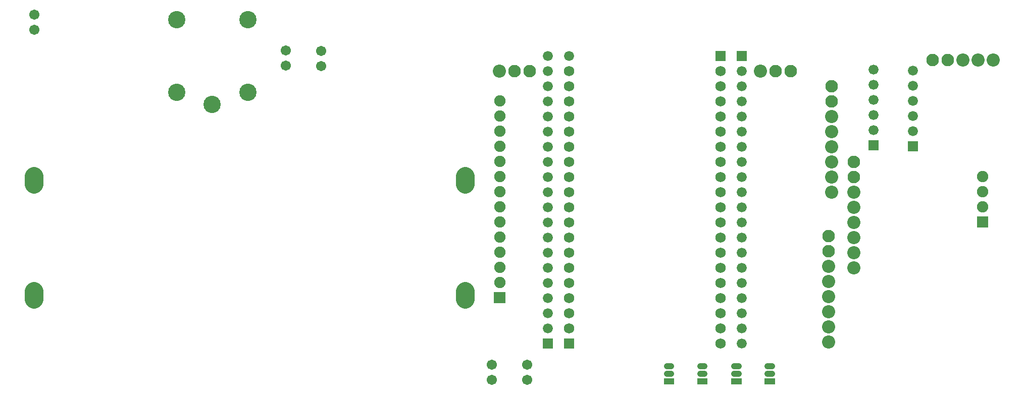
<source format=gbs>
G04 Layer: BottomSolderMaskLayer*
G04 EasyEDA v6.5.9, 2022-08-06 01:20:59*
G04 9b1ba566d4af4bc6ab690ab6380ac67e,c09117847ad249c1abd8b20aa127d3a4,10*
G04 Gerber Generator version 0.2*
G04 Scale: 100 percent, Rotated: No, Reflected: No *
G04 Dimensions in millimeters *
G04 leading zeros omitted , absolute positions ,4 integer and 5 decimal *
%FSLAX45Y45*%
%MOMM*%

%ADD10C,3.1000*%
%ADD11C,1.0016*%
%ADD12C,1.6764*%
%ADD13R,1.6764X1.6764*%
%ADD14C,2.1016*%
%ADD15C,2.2032*%
%ADD16C,1.7032*%
%ADD17C,2.8956*%
%ADD18C,1.7272*%
%ADD19C,1.9016*%
%ADD20C,0.0177*%

%LPD*%
D10*
X8622309Y1822503D02*
G01*
X8622309Y1962503D01*
X8622309Y3752496D02*
G01*
X8622309Y3892496D01*
X1385290Y1822503D02*
G01*
X1385290Y1962503D01*
X1385290Y3752496D02*
G01*
X1385290Y3892496D01*
D11*
X13693701Y698500D02*
G01*
X13763701Y698500D01*
X13693701Y571500D02*
G01*
X13763701Y571500D01*
X13134901Y698500D02*
G01*
X13204901Y698500D01*
X13134901Y571500D02*
G01*
X13204901Y571500D01*
X12563401Y698500D02*
G01*
X12633401Y698500D01*
X12563401Y571500D02*
G01*
X12633401Y571500D01*
X12004601Y698500D02*
G01*
X12074601Y698500D01*
X12004601Y571500D02*
G01*
X12074601Y571500D01*
D10*
X8622309Y3892496D02*
G01*
X8622309Y3752496D01*
X8622309Y1962503D02*
G01*
X8622309Y1822503D01*
X1385290Y3892496D02*
G01*
X1385290Y3752496D01*
X1385290Y1962503D02*
G01*
X1385290Y1822503D01*
D12*
G01*
X10363200Y5905500D03*
G01*
X10363200Y5651500D03*
G01*
X10363200Y5397500D03*
G01*
X10363200Y5143500D03*
G01*
X10363200Y4889500D03*
G01*
X10363200Y4635500D03*
G01*
X10363200Y4381500D03*
G01*
X10363200Y4127500D03*
G01*
X10363200Y3873500D03*
G01*
X10363200Y3619500D03*
G01*
X10363200Y3365500D03*
G01*
X10363200Y3111500D03*
G01*
X10363200Y2857500D03*
G01*
X10363200Y2603500D03*
G01*
X10363200Y2349500D03*
G01*
X10363200Y2095500D03*
G01*
X10363200Y1841500D03*
G01*
X10363200Y1587500D03*
G01*
X10363200Y1333500D03*
D13*
G01*
X10363200Y1079500D03*
D12*
G01*
X12903200Y1079500D03*
G01*
X12903200Y1333500D03*
G01*
X12903200Y1587500D03*
G01*
X12903200Y1841500D03*
G01*
X12903200Y2095500D03*
G01*
X12903200Y2349500D03*
G01*
X12903200Y2603500D03*
G01*
X12903200Y2857500D03*
G01*
X12903200Y3111500D03*
G01*
X12903200Y3365500D03*
G01*
X12903200Y3619500D03*
G01*
X12903200Y3873500D03*
G01*
X12903200Y4127500D03*
G01*
X12903200Y4381500D03*
G01*
X12903200Y4635500D03*
G01*
X12903200Y4889500D03*
G01*
X12903200Y5143500D03*
G01*
X12903200Y5397500D03*
G01*
X12903200Y5651500D03*
G36*
X12819379Y5821679D02*
G01*
X12819379Y5989320D01*
X12987020Y5989320D01*
X12987020Y5821679D01*
G37*
G01*
X10007600Y5905500D03*
G01*
X10007600Y5651500D03*
G01*
X10007600Y5397500D03*
G01*
X10007600Y5143500D03*
G01*
X10007600Y4889500D03*
G01*
X10007600Y4635500D03*
G01*
X10007600Y4381500D03*
G01*
X10007600Y4127500D03*
G01*
X10007600Y3873500D03*
G01*
X10007600Y3619500D03*
G01*
X10007600Y3365500D03*
G01*
X10007600Y3111500D03*
G01*
X10007600Y2857500D03*
G01*
X10007600Y2603500D03*
G01*
X10007600Y2349500D03*
G01*
X10007600Y2095500D03*
G01*
X10007600Y1841500D03*
G01*
X10007600Y1587500D03*
G01*
X10007600Y1333500D03*
D13*
G01*
X10007600Y1079500D03*
D12*
G01*
X13258800Y1079500D03*
G01*
X13258800Y1333500D03*
G01*
X13258800Y1587500D03*
G01*
X13258800Y1841500D03*
G01*
X13258800Y2095500D03*
G01*
X13258800Y2349500D03*
G01*
X13258800Y2603500D03*
G01*
X13258800Y2857500D03*
G01*
X13258800Y3111500D03*
G01*
X13258800Y3365500D03*
G01*
X13258800Y3619500D03*
G01*
X13258800Y3873500D03*
G01*
X13258800Y4127500D03*
G01*
X13258800Y4381500D03*
G01*
X13258800Y4635500D03*
G01*
X13258800Y4889500D03*
G01*
X13258800Y5143500D03*
G01*
X13258800Y5397500D03*
G01*
X13258800Y5651500D03*
G36*
X13174979Y5821679D02*
G01*
X13174979Y5989320D01*
X13342620Y5989320D01*
X13342620Y5821679D01*
G37*
D14*
G01*
X9702800Y5651500D03*
G01*
X9448800Y5651500D03*
D15*
G01*
X9194800Y5651500D03*
D14*
G01*
X14084300Y5651500D03*
G01*
X13830300Y5651500D03*
D15*
G01*
X13576300Y5651500D03*
D12*
G01*
X15468600Y5676900D03*
G01*
X15468600Y5422900D03*
G01*
X15468600Y5168900D03*
G01*
X15468600Y4914900D03*
G01*
X15468600Y4660900D03*
D13*
G01*
X15468600Y4406900D03*
D12*
G01*
X16129000Y5664200D03*
G01*
X16129000Y5410200D03*
G01*
X16129000Y5156200D03*
G01*
X16129000Y4902200D03*
G01*
X16129000Y4648200D03*
D13*
G01*
X16129000Y4394200D03*
D14*
G01*
X16459200Y5842000D03*
G01*
X16713200Y5842000D03*
D15*
G01*
X16967200Y5842000D03*
G01*
X17221200Y5842000D03*
G01*
X17475200Y5842000D03*
D16*
G01*
X1397000Y6350000D03*
G01*
X1397000Y6604000D03*
G01*
X5612790Y5745987D03*
G01*
X5612790Y5999987D03*
G01*
X6210300Y5994400D03*
G01*
X6210300Y5740400D03*
G01*
X9064701Y472998D03*
G01*
X9064701Y726998D03*
G01*
X9664700Y723900D03*
G01*
X9664700Y469900D03*
D17*
G01*
X4981447Y6513906D03*
G01*
X4381500Y5093893D03*
G01*
X3781501Y5293893D03*
G01*
X4981498Y5293893D03*
G01*
X3781552Y6513906D03*
D18*
G01*
X10363200Y5651500D03*
G01*
X10363200Y5397500D03*
G01*
X10363200Y5143500D03*
G01*
X10363200Y4889500D03*
G01*
X10363200Y4635500D03*
G01*
X10363200Y4381500D03*
G01*
X10363200Y4127500D03*
G01*
X10363200Y3873500D03*
G01*
X10363200Y3619500D03*
G01*
X10363200Y3365500D03*
G01*
X10363200Y3111500D03*
G01*
X10363200Y2857500D03*
G01*
X10363200Y2603500D03*
G01*
X10363200Y2349500D03*
G01*
X10363200Y2095500D03*
G01*
X10363200Y1841500D03*
G01*
X10363200Y1587500D03*
G01*
X10363200Y1333500D03*
G01*
X10363200Y1079500D03*
G01*
X12903200Y1079500D03*
G01*
X12903200Y1333500D03*
G01*
X12903200Y1587500D03*
G01*
X12903200Y1841500D03*
G01*
X12903200Y2095500D03*
G01*
X12903200Y2349500D03*
G01*
X12903200Y2603500D03*
G01*
X12903200Y2857500D03*
G01*
X12903200Y3111500D03*
G01*
X12903200Y3365500D03*
G01*
X12903200Y3619500D03*
G01*
X12903200Y3873500D03*
G01*
X12903200Y4127500D03*
G01*
X12903200Y4381500D03*
G01*
X12903200Y4635500D03*
G01*
X12903200Y4889500D03*
G01*
X12903200Y5143500D03*
G01*
X12903200Y5397500D03*
G01*
X12903200Y5651500D03*
G36*
X13643609Y394462D02*
G01*
X13643609Y494537D01*
X13813790Y494537D01*
X13813790Y394462D01*
G37*
G36*
X13084809Y394462D02*
G01*
X13084809Y494537D01*
X13254990Y494537D01*
X13254990Y394462D01*
G37*
G36*
X12513309Y394462D02*
G01*
X12513309Y494537D01*
X12683490Y494537D01*
X12683490Y394462D01*
G37*
G36*
X11954509Y394462D02*
G01*
X11954509Y494537D01*
X12124690Y494537D01*
X12124690Y394462D01*
G37*
D19*
G01*
X9199372Y5150612D03*
G01*
X9199372Y4896612D03*
G01*
X9199372Y4642612D03*
G01*
X9199372Y4388612D03*
G01*
X9199372Y4134612D03*
G01*
X9199372Y3880612D03*
G01*
X9199372Y3626612D03*
G01*
X9199372Y3372865D03*
G01*
X9199372Y3118865D03*
G01*
X9199372Y2864865D03*
G01*
X9199372Y2610865D03*
G01*
X9199372Y2356865D03*
G01*
X9199372Y2102865D03*
G36*
X9104629Y1753870D02*
G01*
X9104629Y1944115D01*
X9294622Y1944115D01*
X9294622Y1753870D01*
G37*
G01*
X17299686Y3880612D03*
G01*
X17299686Y3626612D03*
G01*
X17299686Y3372865D03*
G36*
X17204690Y3023870D02*
G01*
X17204690Y3213862D01*
X17394681Y3213862D01*
X17394681Y3023870D01*
G37*
D14*
G01*
X15138400Y4127500D03*
G01*
X15138400Y3873500D03*
D15*
G01*
X15138400Y3619500D03*
G01*
X15138400Y3365500D03*
G01*
X15138400Y3111500D03*
G01*
X15138400Y2857500D03*
G01*
X15138400Y2603500D03*
G01*
X15138400Y2349500D03*
D14*
G01*
X14770100Y5397500D03*
G01*
X14770100Y5143500D03*
D15*
G01*
X14770100Y4889500D03*
G01*
X14770100Y4635500D03*
G01*
X14770100Y4381500D03*
G01*
X14770100Y4127500D03*
G01*
X14770100Y3873500D03*
G01*
X14770100Y3619500D03*
D14*
G01*
X14719300Y2882900D03*
G01*
X14719300Y2628900D03*
D15*
G01*
X14719300Y2374900D03*
G01*
X14719300Y2120900D03*
G01*
X14719300Y1866900D03*
G01*
X14719300Y1612900D03*
G01*
X14719300Y1358900D03*
G01*
X14719300Y1104900D03*
M02*

</source>
